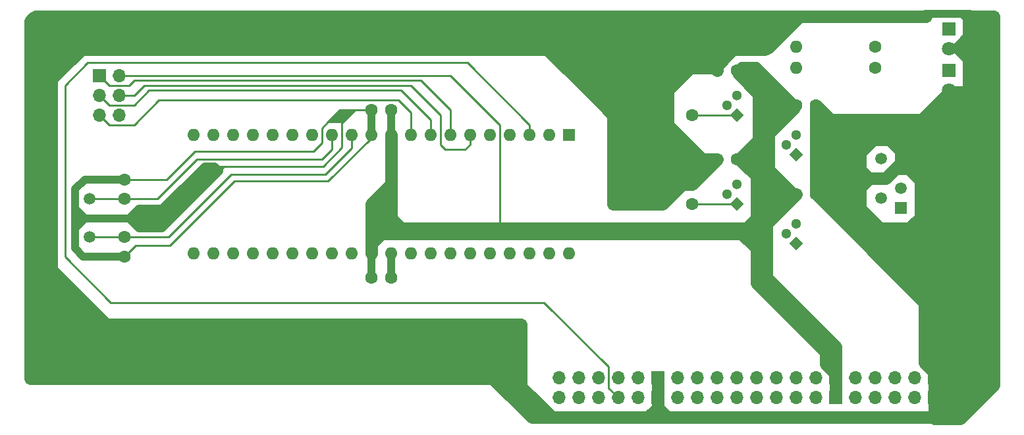
<source format=gbr>
%TF.GenerationSoftware,KiCad,Pcbnew,(5.1.10)-1*%
%TF.CreationDate,2022-06-26T20:44:53-06:00*%
%TF.ProjectId,network_card,6e657477-6f72-46b5-9f63-6172642e6b69,rev?*%
%TF.SameCoordinates,Original*%
%TF.FileFunction,Copper,L2,Bot*%
%TF.FilePolarity,Positive*%
%FSLAX46Y46*%
G04 Gerber Fmt 4.6, Leading zero omitted, Abs format (unit mm)*
G04 Created by KiCad (PCBNEW (5.1.10)-1) date 2022-06-26 20:44:53*
%MOMM*%
%LPD*%
G01*
G04 APERTURE LIST*
%TA.AperFunction,ComponentPad*%
%ADD10C,1.800000*%
%TD*%
%TA.AperFunction,ComponentPad*%
%ADD11R,1.800000X1.800000*%
%TD*%
%TA.AperFunction,ComponentPad*%
%ADD12O,1.600000X1.600000*%
%TD*%
%TA.AperFunction,ComponentPad*%
%ADD13C,1.600000*%
%TD*%
%TA.AperFunction,ComponentPad*%
%ADD14R,1.700000X1.700000*%
%TD*%
%TA.AperFunction,ComponentPad*%
%ADD15O,1.700000X1.700000*%
%TD*%
%TA.AperFunction,ComponentPad*%
%ADD16C,1.500000*%
%TD*%
%TA.AperFunction,ComponentPad*%
%ADD17R,1.600000X1.600000*%
%TD*%
%TA.AperFunction,WasherPad*%
%ADD18C,3.650000*%
%TD*%
%TA.AperFunction,ComponentPad*%
%ADD19R,1.500000X1.500000*%
%TD*%
%TA.AperFunction,ComponentPad*%
%ADD20C,1.300000*%
%TD*%
%TA.AperFunction,ComponentPad*%
%ADD21C,0.100000*%
%TD*%
%TA.AperFunction,Conductor*%
%ADD22C,1.600000*%
%TD*%
%TA.AperFunction,Conductor*%
%ADD23C,1.000000*%
%TD*%
%TA.AperFunction,Conductor*%
%ADD24C,2.500000*%
%TD*%
%TA.AperFunction,Conductor*%
%ADD25C,0.250000*%
%TD*%
G04 APERTURE END LIST*
D10*
%TO.P,TX,2*%
%TO.N,N/C*%
X468475060Y-272770600D03*
D11*
%TO.P,TX,1*%
X468475060Y-270230600D03*
%TD*%
D12*
%TO.P,4.7k\u03A9,2*%
%TO.N,N/C*%
X448815460Y-267157200D03*
D13*
%TO.P,4.7k\u03A9,1*%
X458975460Y-267157200D03*
%TD*%
D14*
%TO.P,ISP,1*%
%TO.N,N/C*%
X359280460Y-270857980D03*
D15*
%TO.P,ISP,2*%
X361820460Y-270857980D03*
%TO.P,ISP,3*%
X359280460Y-273397980D03*
%TO.P,ISP,4*%
X361820460Y-273397980D03*
%TO.P,ISP,5*%
X359280460Y-275937980D03*
%TO.P,ISP,6*%
X361820460Y-275937980D03*
%TD*%
D13*
%TO.P,4.7k\u03A9,1*%
%TO.N,N/C*%
X458975460Y-269892780D03*
D12*
%TO.P,4.7k\u03A9,2*%
X448815460Y-269892780D03*
%TD*%
D13*
%TO.P,20pf,2*%
%TO.N,N/C*%
X362455460Y-284232980D03*
%TO.P,20pf,1*%
X362455460Y-286732980D03*
%TD*%
D16*
%TO.P, ,2*%
%TO.N,N/C*%
X358010460Y-291632980D03*
%TO.P, ,1*%
X358010460Y-286732980D03*
%TD*%
D13*
%TO.P,20pf,1*%
%TO.N,N/C*%
X362455460Y-294135180D03*
%TO.P,20pf,2*%
X362455460Y-291635180D03*
%TD*%
%TO.P,0.1uf,1*%
%TO.N,N/C*%
X448815460Y-286097980D03*
%TO.P,0.1uf,2*%
X451315460Y-286097980D03*
%TD*%
%TO.P,0.1uf,1*%
%TO.N,N/C*%
X394205460Y-275302980D03*
%TO.P,0.1uf,2*%
X396705460Y-275302980D03*
%TD*%
%TO.P,0.1uf,1*%
%TO.N,N/C*%
X394205460Y-296892980D03*
%TO.P,0.1uf,2*%
X396705460Y-296892980D03*
%TD*%
D10*
%TO.P,RX,2*%
%TO.N,N/C*%
X468475060Y-267403580D03*
D11*
%TO.P,RX,1*%
X468475060Y-264863580D03*
%TD*%
D15*
%TO.P,20pin conn.,40*%
%TO.N,N/C*%
X418299900Y-312326020D03*
%TO.P,20pin conn.,39*%
X418299900Y-309786020D03*
%TO.P,20pin conn.,38*%
X420839900Y-312326020D03*
%TO.P,20pin conn.,37*%
X420839900Y-309786020D03*
%TO.P,20pin conn.,36*%
X423379900Y-312326020D03*
%TO.P,20pin conn.,35*%
X423379900Y-309786020D03*
%TO.P,20pin conn.,34*%
X425919900Y-312326020D03*
%TO.P,20pin conn.,33*%
X425919900Y-309786020D03*
%TO.P,20pin conn.,32*%
X428459900Y-312326020D03*
%TO.P,20pin conn.,31*%
X428459900Y-309786020D03*
D14*
%TO.P,20pin conn.,30*%
X430999900Y-312326020D03*
%TO.P,20pin conn.,29*%
X430999900Y-309786020D03*
D15*
%TO.P,20pin conn.,28*%
X433539900Y-312326020D03*
%TO.P,20pin conn.,27*%
X433539900Y-309786020D03*
%TO.P,20pin conn.,26*%
X436079900Y-312326020D03*
%TO.P,20pin conn.,25*%
X436079900Y-309786020D03*
%TO.P,20pin conn.,24*%
X438619900Y-312326020D03*
%TO.P,20pin conn.,23*%
X438619900Y-309786020D03*
%TO.P,20pin conn.,22*%
X441159900Y-312326020D03*
%TO.P,20pin conn.,21*%
X441159900Y-309786020D03*
%TO.P,20pin conn.,20*%
X443699900Y-312326020D03*
%TO.P,20pin conn.,19*%
X443699900Y-309786020D03*
%TO.P,20pin conn.,18*%
X446239900Y-312326020D03*
%TO.P,20pin conn.,17*%
X446239900Y-309786020D03*
%TO.P,20pin conn.,16*%
X448779900Y-312326020D03*
%TO.P,20pin conn.,15*%
X448779900Y-309786020D03*
%TO.P,20pin conn.,14*%
X451319900Y-312326020D03*
%TO.P,20pin conn.,13*%
X451319900Y-309786020D03*
D14*
%TO.P,20pin conn.,12*%
X453859900Y-312326020D03*
%TO.P,20pin conn.,11*%
X453859900Y-309786020D03*
D15*
%TO.P,20pin conn.,10*%
X456399900Y-312326020D03*
%TO.P,20pin conn.,9*%
X456399900Y-309786020D03*
%TO.P,20pin conn.,8*%
X458939900Y-312326020D03*
%TO.P,20pin conn.,7*%
X458939900Y-309786020D03*
%TO.P,20pin conn.,6*%
X461479900Y-312326020D03*
%TO.P,20pin conn.,5*%
X461479900Y-309786020D03*
%TO.P,20pin conn.,4*%
X464019900Y-312326020D03*
%TO.P,20pin conn.,3*%
X464019900Y-309786020D03*
D14*
%TO.P,20pin conn.,2*%
X466559900Y-312326020D03*
%TO.P,20pin conn.,1*%
X466559900Y-309786020D03*
%TD*%
D17*
%TO.P,atmega164,1*%
%TO.N,N/C*%
X419605460Y-278477980D03*
D12*
%TO.P,atmega164,21*%
X371345460Y-293717980D03*
%TO.P,atmega164,2*%
X417065460Y-278477980D03*
%TO.P,atmega164,22*%
X373885460Y-293717980D03*
%TO.P,atmega164,3*%
X414525460Y-278477980D03*
%TO.P,atmega164,23*%
X376425460Y-293717980D03*
%TO.P,atmega164,4*%
X411985460Y-278477980D03*
%TO.P,atmega164,24*%
X378965460Y-293717980D03*
%TO.P,atmega164,5*%
X409445460Y-278477980D03*
%TO.P,atmega164,25*%
X381505460Y-293717980D03*
%TO.P,atmega164,6*%
X406905460Y-278477980D03*
%TO.P,atmega164,26*%
X384045460Y-293717980D03*
%TO.P,atmega164,7*%
X404365460Y-278477980D03*
%TO.P,atmega164,27*%
X386585460Y-293717980D03*
%TO.P,atmega164,8*%
X401825460Y-278477980D03*
%TO.P,atmega164,28*%
X389125460Y-293717980D03*
%TO.P,atmega164,9*%
X399285460Y-278477980D03*
%TO.P,atmega164,29*%
X391665460Y-293717980D03*
%TO.P,atmega164,10*%
X396745460Y-278477980D03*
%TO.P,atmega164,30*%
X394205460Y-293717980D03*
%TO.P,atmega164,11*%
X394205460Y-278477980D03*
%TO.P,atmega164,31*%
X396745460Y-293717980D03*
%TO.P,atmega164,12*%
X391665460Y-278477980D03*
%TO.P,atmega164,32*%
X399285460Y-293717980D03*
%TO.P,atmega164,13*%
X389125460Y-278477980D03*
%TO.P,atmega164,33*%
X401825460Y-293717980D03*
%TO.P,atmega164,14*%
X386585460Y-278477980D03*
%TO.P,atmega164,34*%
X404365460Y-293717980D03*
%TO.P,atmega164,15*%
X384045460Y-278477980D03*
%TO.P,atmega164,35*%
X406905460Y-293717980D03*
%TO.P,atmega164,16*%
X381505460Y-278477980D03*
%TO.P,atmega164,36*%
X409445460Y-293717980D03*
%TO.P,atmega164,17*%
X378965460Y-278477980D03*
%TO.P,atmega164,37*%
X411985460Y-293717980D03*
%TO.P,atmega164,18*%
X376425460Y-278477980D03*
%TO.P,atmega164,38*%
X414525460Y-293717980D03*
%TO.P,atmega164,19*%
X373885460Y-278477980D03*
%TO.P,atmega164,39*%
X417065460Y-293717980D03*
%TO.P,atmega164,20*%
X371345460Y-278477980D03*
%TO.P,atmega164,40*%
X419605460Y-293717980D03*
%TD*%
D18*
%TO.P,RJ45,*%
%TO.N,*%
X468627460Y-277766780D03*
X468627460Y-289196780D03*
D19*
%TO.P,RJ45,1*%
%TO.N,N/C*%
X462277460Y-287926780D03*
D16*
%TO.P,RJ45,2*%
X459737460Y-286656780D03*
%TO.P,RJ45,3*%
X462277460Y-285386780D03*
%TO.P,RJ45,4*%
X459737460Y-284116780D03*
%TO.P,RJ45,5*%
X462277460Y-282846780D03*
%TO.P,RJ45,6*%
X459737460Y-281576780D03*
%TO.P,RJ45,7*%
X462277460Y-280306780D03*
%TO.P,RJ45,8*%
X459737460Y-279036780D03*
%TD*%
D20*
%TO.P,BC547B,2*%
%TO.N,N/C*%
X439925460Y-274667980D03*
%TO.P,BC547B,3*%
X441195460Y-273397980D03*
%TA.AperFunction,ComponentPad*%
D21*
%TO.P,BC547B,1*%
G36*
X442114699Y-275937980D02*
G01*
X441195460Y-276857219D01*
X440276221Y-275937980D01*
X441195460Y-275018741D01*
X442114699Y-275937980D01*
G37*
%TD.AperFunction*%
%TD*%
%TA.AperFunction,ComponentPad*%
%TO.P,BC547B,1*%
%TO.N,N/C*%
G36*
X449734699Y-281017980D02*
G01*
X448815460Y-281937219D01*
X447896221Y-281017980D01*
X448815460Y-280098741D01*
X449734699Y-281017980D01*
G37*
%TD.AperFunction*%
D20*
%TO.P,BC547B,3*%
X448815460Y-278477980D03*
%TO.P,BC547B,2*%
X447545460Y-279747980D03*
%TD*%
%TA.AperFunction,ComponentPad*%
D21*
%TO.P,BC547B,1*%
%TO.N,N/C*%
G36*
X449734699Y-292447980D02*
G01*
X448815460Y-293367219D01*
X447896221Y-292447980D01*
X448815460Y-291528741D01*
X449734699Y-292447980D01*
G37*
%TD.AperFunction*%
D20*
%TO.P,BC547B,3*%
X448815460Y-289907980D03*
%TO.P,BC547B,2*%
X447545460Y-291177980D03*
%TD*%
%TO.P,BC547B,2*%
%TO.N,N/C*%
X439925460Y-286097980D03*
%TO.P,BC547B,3*%
X441195460Y-284827980D03*
%TA.AperFunction,ComponentPad*%
D21*
%TO.P,BC547B,1*%
G36*
X442114699Y-287367980D02*
G01*
X441195460Y-288287219D01*
X440276221Y-287367980D01*
X441195460Y-286448741D01*
X442114699Y-287367980D01*
G37*
%TD.AperFunction*%
%TD*%
D12*
%TO.P,100k\u03A9,2*%
%TO.N,N/C*%
X425320460Y-275937980D03*
D13*
%TO.P,100k\u03A9,1*%
X435480460Y-275937980D03*
%TD*%
D12*
%TO.P,100k\u03A9,2*%
%TO.N,N/C*%
X425320460Y-287367980D03*
D13*
%TO.P,100k\u03A9,1*%
X435480460Y-287367980D03*
%TD*%
%TO.P,0.1uf,1*%
%TO.N,N/C*%
X438655460Y-270222980D03*
%TO.P,0.1uf,2*%
X441155460Y-270222980D03*
%TD*%
%TO.P,0.1uf,2*%
%TO.N,N/C*%
X441155460Y-281652980D03*
%TO.P,0.1uf,1*%
X438655460Y-281652980D03*
%TD*%
%TO.P,0.1uf,2*%
%TO.N,N/C*%
X451315460Y-274667980D03*
%TO.P,0.1uf,1*%
X448815460Y-274667980D03*
%TD*%
D22*
%TO.N,*%
X440560460Y-267682980D02*
X438655460Y-269587980D01*
X438655460Y-269587980D02*
X438655460Y-270222980D01*
X465325460Y-296257980D02*
X465325460Y-300067980D01*
X457070460Y-289907980D02*
X464690460Y-297527980D01*
X457070460Y-288002980D02*
X457070460Y-289907980D01*
X459610460Y-290542980D02*
X465325460Y-296257980D01*
X457070460Y-288002980D02*
X459610460Y-290542980D01*
X459610460Y-290542980D02*
X461515460Y-290542980D01*
X457070460Y-285462980D02*
X457070460Y-288002980D01*
X457835000Y-284480000D02*
X456488800Y-285826200D01*
X459737460Y-284116780D02*
X458416660Y-284116780D01*
X463420460Y-282922980D02*
X464690460Y-284192980D01*
X463420460Y-281449780D02*
X463420460Y-281652980D01*
X463420460Y-281652980D02*
X464614260Y-282846780D01*
X462277460Y-280306780D02*
X463420460Y-281449780D01*
X462277460Y-282846780D02*
X464614260Y-282846780D01*
X464614260Y-282846780D02*
X465325460Y-283557980D01*
X462277460Y-281779980D02*
X462277460Y-280306780D01*
X462277460Y-282846780D02*
X462277460Y-281779980D01*
X462277460Y-281779980D02*
X462277460Y-282160980D01*
X462277460Y-282160980D02*
X461591660Y-282846780D01*
X460321660Y-284116780D02*
X461591660Y-282846780D01*
X461591660Y-282846780D02*
X462277460Y-282846780D01*
X459737460Y-284116780D02*
X460321660Y-284116780D01*
X462785460Y-290542980D02*
X461515460Y-290542980D01*
X471675460Y-290542980D02*
X462785460Y-290542980D01*
X462785460Y-290542980D02*
X463420460Y-290542980D01*
X463420460Y-290542980D02*
X465325460Y-288637980D01*
X466559900Y-296222420D02*
X466559900Y-295587420D01*
X466559900Y-295587420D02*
X461515460Y-290542980D01*
X472945460Y-291812980D02*
X462785460Y-291812980D01*
X463420460Y-279112980D02*
X460880460Y-276572980D01*
D23*
X461197960Y-276890480D02*
X462277460Y-277969980D01*
X444370460Y-272762980D02*
X441830460Y-270222980D01*
X441830460Y-270222980D02*
X441155460Y-270222980D01*
X441155460Y-270222980D02*
X441155460Y-270817980D01*
X441155460Y-270817980D02*
X443735460Y-273397980D01*
X443735460Y-270857980D02*
X445640460Y-272762980D01*
X443100460Y-270857980D02*
X445005460Y-272762980D01*
X441830460Y-269587980D02*
X443735460Y-269587980D01*
X443735460Y-269587980D02*
X444370460Y-270222980D01*
X441195460Y-270222980D02*
X441830460Y-269587980D01*
X444370460Y-270222980D02*
X446910460Y-272762980D01*
X441195460Y-270222980D02*
X444370460Y-270222980D01*
X443735460Y-272762980D02*
X441195460Y-270222980D01*
D22*
X446275460Y-273397980D02*
X446910460Y-274032980D01*
D23*
X446910460Y-272762980D02*
X444370460Y-272762980D01*
X448815460Y-274667980D02*
X446910460Y-272762980D01*
X447545460Y-286097980D02*
X448815460Y-286097980D01*
X446275460Y-286097980D02*
X447545460Y-286097980D01*
X445640460Y-282922980D02*
X445640460Y-284192980D01*
X445640460Y-284192980D02*
X445640460Y-284827980D01*
X447545460Y-286097980D02*
X445640460Y-284192980D01*
X445640460Y-278477980D02*
X445640460Y-282922980D01*
X448815460Y-286097980D02*
X445640460Y-282922980D01*
X441195460Y-281652980D02*
X443735460Y-279112980D01*
D22*
X443735460Y-283557980D02*
X443735460Y-289272980D01*
X443735460Y-289272980D02*
X443417960Y-289590480D01*
X445005460Y-289907980D02*
X448815460Y-286097980D01*
D23*
X445640460Y-289272980D02*
X445957960Y-289272980D01*
X445957960Y-289272980D02*
X448815460Y-286415480D01*
X448815460Y-286415480D02*
X448815460Y-286097980D01*
X447227960Y-287367980D02*
X447545460Y-287685480D01*
X446910460Y-287367980D02*
X446592960Y-287685480D01*
X445640460Y-285462980D02*
X446275460Y-286097980D01*
X448180460Y-275302980D02*
X447545460Y-275302980D01*
X447545460Y-275302980D02*
X447227960Y-274985480D01*
X446275460Y-277207980D02*
X445322960Y-276255480D01*
X445640460Y-274667980D02*
X445640460Y-277842980D01*
X443735460Y-273397980D02*
X446910460Y-276572980D01*
X447545460Y-275937980D02*
X446592960Y-274985480D01*
X444687960Y-279430480D02*
X448815460Y-275302980D01*
X448815460Y-275302980D02*
X448815460Y-274667980D01*
X444370460Y-272762980D02*
X446275460Y-274667980D01*
X446275460Y-274667980D02*
X448815460Y-274667980D01*
X443735460Y-273397980D02*
X443735460Y-274667980D01*
X443735460Y-274667980D02*
X443735460Y-277842980D01*
X445640460Y-286732980D02*
X448180460Y-286732980D01*
X441830460Y-282287980D02*
X443735460Y-284192980D01*
X441195460Y-281652980D02*
X441830460Y-282287980D01*
X442465460Y-281652980D02*
X443100460Y-281017980D01*
X442465460Y-280382980D02*
X443735460Y-280382980D01*
X441195460Y-281652980D02*
X441830460Y-281017980D01*
D22*
X445957960Y-288320480D02*
X446592960Y-287685480D01*
D23*
X442465460Y-281652980D02*
X443735460Y-282922980D01*
D22*
X442465460Y-290542980D02*
X443417960Y-289590480D01*
X443417960Y-289590480D02*
X445005460Y-288002980D01*
X453859900Y-309786020D02*
X453859900Y-309557420D01*
X396745460Y-286097980D02*
X396745460Y-288002980D01*
X396745460Y-288002980D02*
X396745460Y-289272980D01*
X395475460Y-289272980D02*
X396745460Y-288002980D01*
X395475460Y-290542980D02*
X395475460Y-289272980D01*
X422145460Y-290542980D02*
X398015460Y-290542980D01*
X398015460Y-290542980D02*
X394840460Y-290542980D01*
X396745460Y-289272980D02*
X398015460Y-290542980D01*
X394840460Y-288002980D02*
X396745460Y-286097980D01*
X396745460Y-286097980D02*
X396745460Y-284827980D01*
X394840460Y-289907980D02*
X394205460Y-289272980D01*
X396110460Y-291177980D02*
X394840460Y-289907980D01*
X394840460Y-289907980D02*
X394840460Y-288002980D01*
X396745460Y-278477980D02*
X396745460Y-284827980D01*
X394205460Y-293717980D02*
X394205460Y-287367980D01*
X394205460Y-287367980D02*
X396745460Y-284827980D01*
D23*
X394205460Y-293717980D02*
X394205460Y-293082980D01*
X394205460Y-293082980D02*
X394205460Y-287367980D01*
D22*
X395475460Y-291177980D02*
X394205460Y-292447980D01*
X442465460Y-291177980D02*
X395475460Y-291177980D01*
X354200460Y-268317980D02*
X354200460Y-268952980D01*
X352930460Y-268317980D02*
X352930460Y-270857980D01*
D24*
X357375460Y-267047980D02*
X351025460Y-267047980D01*
D23*
X356105460Y-293082980D02*
X356105460Y-290542980D01*
X357375460Y-289272980D02*
X356105460Y-290542980D01*
X356105460Y-290542980D02*
X356105460Y-289272980D01*
X356105460Y-289272980D02*
X357375460Y-289272980D01*
X356105460Y-289272980D02*
X356105460Y-288002980D01*
X356105460Y-288002980D02*
X356105460Y-285462980D01*
X357375460Y-289272980D02*
X356105460Y-288002980D01*
X362455460Y-294135180D02*
X357157660Y-294135180D01*
X357157660Y-294135180D02*
X356105460Y-293082980D01*
X356105460Y-285462980D02*
X357335460Y-284232980D01*
X357335460Y-284232980D02*
X362455460Y-284232980D01*
D22*
X445005460Y-289907980D02*
X445005460Y-288637980D01*
X445005460Y-288637980D02*
X445005460Y-284827980D01*
X445005460Y-292447980D02*
X445005460Y-289907980D01*
X445005460Y-290542980D02*
X443100460Y-290542980D01*
X445005460Y-292447980D02*
X443100460Y-290542980D01*
X434845460Y-269587980D02*
X432940460Y-267682980D01*
X439290460Y-268952980D02*
X434845460Y-268952980D01*
D25*
X410715460Y-290542980D02*
X410715460Y-277207980D01*
X410715460Y-277207980D02*
X404365460Y-270857980D01*
X404365460Y-270857980D02*
X361820460Y-270857980D01*
X404365460Y-278477980D02*
X404365460Y-275302980D01*
X404365460Y-275302980D02*
X400555460Y-271492980D01*
X400555460Y-271492980D02*
X363725460Y-271492980D01*
X360550460Y-272127980D02*
X359280460Y-270857980D01*
X363725460Y-271492980D02*
X363090460Y-272127980D01*
X363090460Y-272127980D02*
X360550460Y-272127980D01*
X406905460Y-278477980D02*
X406905460Y-279747980D01*
X406905460Y-279747980D02*
X406270460Y-280382980D01*
X406270460Y-280382980D02*
X403730460Y-280382980D01*
X403730460Y-280382980D02*
X403095460Y-279747980D01*
X403095460Y-275937980D02*
X399285460Y-272127980D01*
X399285460Y-272127980D02*
X364995460Y-272127980D01*
X403095460Y-279747980D02*
X403095460Y-275937980D01*
X364995460Y-272127980D02*
X363725460Y-273397980D01*
X363725460Y-273397980D02*
X363090460Y-273397980D01*
X363090460Y-273397980D02*
X361820460Y-273397980D01*
X399285460Y-278477980D02*
X399285460Y-275620480D01*
X399285460Y-275620480D02*
X397697960Y-274032980D01*
X366900460Y-274032980D02*
X363725460Y-277207980D01*
X397697960Y-274032980D02*
X366900460Y-274032980D01*
X363725460Y-277207980D02*
X360550460Y-277207980D01*
X360550460Y-277207980D02*
X359280460Y-275937980D01*
X401825460Y-278477980D02*
X401825460Y-276572980D01*
X360550460Y-274667980D02*
X359280460Y-273397980D01*
X401825460Y-276572980D02*
X398015460Y-272762980D01*
X398015460Y-272762980D02*
X365630460Y-272762980D01*
X365630460Y-272762980D02*
X363725460Y-274667980D01*
X363725460Y-274667980D02*
X360550460Y-274667980D01*
X358010460Y-286732980D02*
X362455460Y-286732980D01*
X362455460Y-291635180D02*
X358012660Y-291635180D01*
X358012660Y-291635180D02*
X358010460Y-291632980D01*
D22*
X469770460Y-276572980D02*
X471040460Y-277842980D01*
X471040460Y-277842980D02*
X471040460Y-290542980D01*
X474215460Y-295622980D02*
X474215460Y-294352980D01*
X474215460Y-294352980D02*
X474215460Y-293082980D01*
X474215460Y-294352980D02*
X465325460Y-294352980D01*
X474215460Y-293082980D02*
X464055460Y-293082980D01*
X469448490Y-314986010D02*
X469893552Y-314986010D01*
X469893552Y-314986010D02*
X474215460Y-310664102D01*
X466595460Y-314986010D02*
X469893552Y-314986010D01*
X466559900Y-314950450D02*
X466595460Y-314986010D01*
X466559900Y-312326020D02*
X466559900Y-314950450D01*
D23*
X395475460Y-290542980D02*
X394205460Y-291812980D01*
X446592960Y-287685480D02*
X443735460Y-284827980D01*
D22*
X445005460Y-289907980D02*
X445005460Y-289272980D01*
D23*
X445005460Y-274667980D02*
X445005460Y-284827980D01*
X445005460Y-284827980D02*
X445005460Y-286097980D01*
X425320460Y-277842980D02*
X426272960Y-276890480D01*
X426272960Y-276890480D02*
X427225460Y-275937980D01*
X425320460Y-275937980D02*
X426272960Y-276890480D01*
X425320460Y-277842980D02*
X425320460Y-275937980D01*
X394205460Y-293717980D02*
X394205460Y-296892980D01*
X396745460Y-293717980D02*
X396745460Y-296852980D01*
X396745460Y-296852980D02*
X396705460Y-296892980D01*
X396705460Y-275302980D02*
X396705460Y-278437980D01*
X396705460Y-278437980D02*
X396745460Y-278477980D01*
X394205460Y-275302980D02*
X394205460Y-278477980D01*
X425320460Y-287367980D02*
X425320460Y-285462980D01*
X425320460Y-285462980D02*
X425320460Y-282922980D01*
D22*
X458340460Y-279112980D02*
X460880460Y-276572980D01*
X461515460Y-279112980D02*
X458975460Y-279112980D01*
D23*
X443735460Y-277842980D02*
X443735460Y-280382980D01*
X443735460Y-280382980D02*
X443735460Y-284827980D01*
X459737460Y-279036780D02*
X459661260Y-279112980D01*
D22*
X460245460Y-279112980D02*
X451939660Y-279112980D01*
D23*
X451990460Y-277842980D02*
X451990460Y-280382980D01*
X453260460Y-279112980D02*
X451355460Y-281017980D01*
X451315460Y-274667980D02*
X451315460Y-277247980D01*
X451315460Y-277247980D02*
X451315460Y-286097980D01*
X453260460Y-279112980D02*
X451471660Y-277324180D01*
X446275460Y-274667980D02*
X445005460Y-274667980D01*
X445640460Y-285462980D02*
X445640460Y-286732980D01*
X445640460Y-284827980D02*
X445640460Y-285462980D01*
X434845460Y-270222980D02*
X438655460Y-270222980D01*
X426590460Y-281652980D02*
X425955460Y-281652980D01*
X426590460Y-281652980D02*
X425320460Y-282922980D01*
X426590460Y-281652980D02*
X425320460Y-280382980D01*
D25*
X435480460Y-287367980D02*
X441195460Y-287367980D01*
X441195460Y-275937980D02*
X435480460Y-275937980D01*
D23*
X444370460Y-274032980D02*
X444370460Y-285462980D01*
X443735460Y-281652980D02*
X441195460Y-281652980D01*
D22*
X460245460Y-277842980D02*
X462150460Y-279747980D01*
X463496660Y-280382980D02*
X465325460Y-282211780D01*
X463420460Y-280306780D02*
X465249260Y-278477980D01*
X462277460Y-280306780D02*
X463496660Y-280306780D01*
D24*
X465325460Y-283557980D02*
X465325460Y-287367980D01*
X465325460Y-287367980D02*
X465325460Y-288637980D01*
X465325460Y-277842980D02*
X465325460Y-283557980D01*
X466595460Y-277842980D02*
X466595460Y-289272980D01*
D22*
X463420460Y-277842980D02*
X465325460Y-277842980D01*
D24*
X468500460Y-277842980D02*
X468500460Y-289272980D01*
X469770460Y-277842980D02*
X469770460Y-289272980D01*
D22*
X467865460Y-295622980D02*
X467865460Y-314672980D01*
X474215460Y-295622980D02*
X467865460Y-295622980D01*
X469135460Y-295622980D02*
X469135460Y-314672980D01*
X470405460Y-295622980D02*
X470405460Y-313402980D01*
X471675460Y-293717980D02*
X471675460Y-312767980D01*
X472945460Y-292447980D02*
X472945460Y-311497980D01*
X474215460Y-310227980D02*
X474215460Y-295622980D01*
X443735460Y-293082980D02*
X441830460Y-291177980D01*
X443735460Y-297527980D02*
X443735460Y-293082980D01*
X453895460Y-310156860D02*
X453895460Y-305782980D01*
X453859900Y-312097420D02*
X453895460Y-312061860D01*
X445005460Y-296892980D02*
X445005460Y-292447980D01*
X453859900Y-305747420D02*
X445005460Y-296892980D01*
X453859900Y-312326020D02*
X453859900Y-305747420D01*
X453859900Y-309209440D02*
X452625460Y-307975000D01*
X452625460Y-307975000D02*
X452625460Y-306070000D01*
X452625460Y-306417980D02*
X443735460Y-297527980D01*
X453895460Y-307687980D02*
X452625460Y-306417980D01*
X425320460Y-275937980D02*
X423415460Y-274032980D01*
X423415460Y-274032980D02*
X416430460Y-267047980D01*
D24*
X416430460Y-267047980D02*
X357375460Y-267047980D01*
D22*
X425320460Y-275937980D02*
X429130460Y-275937980D01*
D24*
X425955460Y-274667980D02*
X428495460Y-274667980D01*
X428495460Y-274667980D02*
X432940460Y-270222980D01*
X432940460Y-270222980D02*
X431670460Y-268952980D01*
X431670460Y-268952980D02*
X419605460Y-268952980D01*
X419605460Y-268952980D02*
X424050460Y-273397980D01*
X424050460Y-273397980D02*
X427860460Y-273397980D01*
X427860460Y-273397980D02*
X430400460Y-270857980D01*
X430400460Y-270857980D02*
X423415460Y-270857980D01*
X430400460Y-271492980D02*
X423415460Y-271492980D01*
D22*
X426590460Y-274667980D02*
X426590460Y-286097980D01*
X429130460Y-275302980D02*
X429130460Y-286732980D01*
X431670460Y-274667980D02*
X431670460Y-286097980D01*
X435480460Y-281017980D02*
X435480460Y-284192980D01*
X435480460Y-284827980D02*
X434210460Y-284827980D01*
X438655460Y-281652980D02*
X435480460Y-284827980D01*
X432940460Y-279112980D02*
X432940460Y-284827980D01*
X434210460Y-279112980D02*
X434210460Y-284827980D01*
X429130460Y-275937980D02*
X432305460Y-272762980D01*
X432305460Y-272762980D02*
X432305460Y-277207980D01*
X432305460Y-272762980D02*
X434845460Y-270222980D01*
X438655460Y-281652980D02*
X436750460Y-281652980D01*
X436750460Y-281652980D02*
X436115460Y-282287980D01*
X432305460Y-277207980D02*
X436750460Y-281652980D01*
X430400460Y-275302980D02*
X430400460Y-286732980D01*
X427860460Y-275302980D02*
X427860460Y-286732980D01*
X443100460Y-290542980D02*
X431670460Y-290542980D01*
X431670460Y-290542980D02*
X422145460Y-290542980D01*
X464055460Y-298797980D02*
X465325460Y-300067980D01*
X451315460Y-286057980D02*
X464055460Y-298797980D01*
X451315460Y-274667980D02*
X451315460Y-286057980D01*
X455800460Y-289272980D02*
X455800460Y-279787980D01*
X454530460Y-288002980D02*
X454530460Y-278517980D01*
X453260460Y-286732980D02*
X453260460Y-277247980D01*
X452625460Y-285462980D02*
X452625460Y-275977980D01*
X456047480Y-279400000D02*
X451315460Y-274667980D01*
X458470000Y-279400000D02*
X456047480Y-279400000D01*
X457070460Y-280799540D02*
X458470000Y-279400000D01*
X457070460Y-289907980D02*
X457070460Y-280799540D01*
X460245460Y-277842980D02*
X451939660Y-277842980D01*
X460880460Y-276572980D02*
X452574660Y-276572980D01*
X456565000Y-282575000D02*
X457835000Y-283845000D01*
X460880460Y-279112980D02*
X462785460Y-281017980D01*
X471040460Y-264507980D02*
X471040460Y-267047980D01*
X472945460Y-263237980D02*
X472945460Y-293082980D01*
X472310460Y-263237980D02*
X472310460Y-293082980D01*
X471040460Y-263237980D02*
X471040460Y-264507980D01*
D24*
X445482980Y-265777980D02*
X351660460Y-265777980D01*
X444787020Y-267047980D02*
X416430460Y-267047980D01*
D22*
X444787020Y-267047980D02*
X444847980Y-267047980D01*
X474215460Y-263237980D02*
X471170000Y-263237980D01*
X474215460Y-295622980D02*
X474215460Y-263237980D01*
D23*
X471170000Y-272415000D02*
X467360000Y-276225000D01*
X471805000Y-273050000D02*
X467995000Y-276860000D01*
X471805000Y-273685000D02*
X467995000Y-277495000D01*
X471157300Y-262938260D02*
X465442300Y-262938260D01*
D25*
X468475060Y-264863580D02*
X468500460Y-264838180D01*
X458975460Y-269875000D02*
X458975460Y-270222980D01*
D23*
X466178900Y-262958580D02*
X465607400Y-263530080D01*
X470118440Y-262966200D02*
X471083640Y-263931400D01*
X465107020Y-276138640D02*
X465107020Y-276572980D01*
X468475060Y-272770600D02*
X465107020Y-276138640D01*
D22*
X465107020Y-276572980D02*
X469770460Y-276572980D01*
X460880460Y-276572980D02*
X465107020Y-276572980D01*
D23*
X470814400Y-272770600D02*
X471170000Y-272415000D01*
X468475060Y-272770600D02*
X470814400Y-272770600D01*
X469745060Y-272770600D02*
X466377020Y-276138640D01*
X469265000Y-267403580D02*
X470971880Y-269110460D01*
D22*
X471040460Y-269110460D02*
X471040460Y-290542980D01*
X471040460Y-267047980D02*
X471040460Y-269110460D01*
D23*
X471170000Y-265430000D02*
X469265000Y-267335000D01*
X470684860Y-267403580D02*
X471040460Y-267047980D01*
X468475060Y-267403580D02*
X470684860Y-267403580D01*
X425320460Y-282922980D02*
X425320460Y-277842980D01*
D22*
X436750460Y-281652980D02*
X425320460Y-281652980D01*
X425320460Y-275937980D02*
X425320460Y-287367980D01*
X434210460Y-284827980D02*
X431670460Y-287367980D01*
X431670460Y-287367980D02*
X425320460Y-287367980D01*
D23*
X357375460Y-289272980D02*
X363507020Y-289272980D01*
D25*
X389125460Y-280382980D02*
X389125460Y-278477980D01*
X387855460Y-281652980D02*
X389125460Y-280382980D01*
X371762020Y-281652980D02*
X387855460Y-281652980D01*
X366682020Y-286732980D02*
X371762020Y-281652980D01*
X362455460Y-286732980D02*
X366682020Y-286732980D01*
D23*
X364271560Y-289560000D02*
X367030000Y-289560000D01*
D25*
X392082020Y-275302980D02*
X394205460Y-275302980D01*
X390525000Y-276860000D02*
X392082020Y-275302980D01*
X366682020Y-289272980D02*
X367317020Y-289272980D01*
X368129820Y-291635180D02*
X362455460Y-291635180D01*
X376207020Y-283557980D02*
X368129820Y-291635180D01*
X388272020Y-283557980D02*
X376207020Y-283557980D01*
X391665460Y-280164540D02*
X388272020Y-283557980D01*
X391665460Y-278477980D02*
X391665460Y-280164540D01*
D23*
X364360460Y-290542980D02*
X367317020Y-290542980D01*
X363090460Y-289272980D02*
X364360460Y-290542980D01*
X364360460Y-288002980D02*
X363090460Y-289272980D01*
X367317020Y-288002980D02*
X364360460Y-288002980D01*
X372745000Y-282575000D02*
X367317020Y-288002980D01*
X367317020Y-290542980D02*
X374650000Y-283210000D01*
X374015000Y-282575000D02*
X372745000Y-282575000D01*
X374650000Y-283210000D02*
X374015000Y-282575000D01*
X367952020Y-289272980D02*
X374015000Y-283210000D01*
X363636560Y-289272980D02*
X367952020Y-289272980D01*
X367665000Y-288925000D02*
X373380000Y-283210000D01*
X364271560Y-288925000D02*
X367665000Y-288925000D01*
D25*
X375285000Y-282575000D02*
X374650000Y-283210000D01*
X374015000Y-282575000D02*
X375285000Y-282575000D01*
X375031000Y-282702000D02*
X374777000Y-282702000D01*
X394205460Y-278894540D02*
X394205460Y-278477980D01*
X388620000Y-284480000D02*
X394205460Y-278894540D01*
X376555000Y-284480000D02*
X388620000Y-284480000D01*
X368300000Y-292735000D02*
X376555000Y-284480000D01*
X363855640Y-292735000D02*
X368300000Y-292735000D01*
X362455460Y-294135180D02*
X363855640Y-292735000D01*
X390177020Y-275302980D02*
X394205460Y-275302980D01*
X388620000Y-276860000D02*
X390177020Y-275302980D01*
X390525000Y-276860000D02*
X388620000Y-276860000D01*
X390573260Y-276705060D02*
X388848600Y-276705060D01*
X390753600Y-276542500D02*
X389028940Y-276542500D01*
X390900920Y-276367240D02*
X389176260Y-276367240D01*
X391086340Y-276209760D02*
X389361680Y-276209760D01*
X391253980Y-276082760D02*
X389529320Y-276082760D01*
X391353040Y-275920200D02*
X389628380Y-275920200D01*
X391556240Y-275765260D02*
X389831580Y-275765260D01*
X391693400Y-275605240D02*
X389968740Y-275605240D01*
X391833100Y-275455380D02*
X390108440Y-275455380D01*
X387855460Y-277624540D02*
X388620000Y-276860000D01*
X387855460Y-279529540D02*
X387855460Y-277624540D01*
X386715000Y-280670000D02*
X387855460Y-279529540D01*
X371475000Y-280670000D02*
X386715000Y-280670000D01*
X367912020Y-284232980D02*
X371475000Y-280670000D01*
X362455460Y-284232980D02*
X367912020Y-284232980D01*
X390405620Y-276979380D02*
X390525000Y-276860000D01*
X390405620Y-280154380D02*
X390405620Y-276979380D01*
X387985000Y-282575000D02*
X390405620Y-280154380D01*
X375285000Y-282575000D02*
X387985000Y-282575000D01*
X424685460Y-311091580D02*
X425919900Y-312326020D01*
X424685460Y-308322980D02*
X424685460Y-311091580D01*
X354835460Y-272127980D02*
X354835460Y-294194230D01*
X360709210Y-300067980D02*
X416430460Y-300067980D01*
X357723440Y-269240000D02*
X354835460Y-272127980D01*
X406557480Y-269240000D02*
X357723440Y-269240000D01*
X414525460Y-277207980D02*
X406557480Y-269240000D01*
X416430460Y-300067980D02*
X424685460Y-308322980D01*
X354835460Y-294194230D02*
X360709210Y-300067980D01*
X414525460Y-278477980D02*
X414525460Y-277207980D01*
D22*
X465325460Y-307845460D02*
X466559900Y-309079900D01*
X465325460Y-300067980D02*
X465325460Y-307845460D01*
D24*
X447040000Y-263872980D02*
X351025460Y-263872980D01*
D22*
X445135000Y-267335000D02*
X448945000Y-263525000D01*
X351660460Y-268317980D02*
X351660460Y-309245000D01*
D24*
X353060000Y-307340000D02*
X409575000Y-307340000D01*
X352425000Y-308610000D02*
X408940000Y-308610000D01*
X412115000Y-304165000D02*
X412750000Y-303530000D01*
X352425000Y-304165000D02*
X412115000Y-304165000D01*
X410845000Y-306070000D02*
X411480000Y-305435000D01*
X352425000Y-306070000D02*
X410845000Y-306070000D01*
D22*
X359410000Y-303530000D02*
X352425000Y-296545000D01*
X359410000Y-304800000D02*
X352425000Y-297815000D01*
X358775000Y-306070000D02*
X351790000Y-299085000D01*
X358775000Y-307340000D02*
X351790000Y-300355000D01*
X358140000Y-307975000D02*
X351155000Y-300990000D01*
X414846258Y-314866020D02*
X409886250Y-309906012D01*
X466559900Y-294388540D02*
X466559900Y-314866020D01*
X466595460Y-294352980D02*
X466559900Y-294388540D01*
X350390460Y-309880000D02*
X409575000Y-309880000D01*
X350390460Y-263872980D02*
X350390460Y-309880000D01*
X351025460Y-263237980D02*
X350390460Y-263872980D01*
X465455000Y-263237980D02*
X351025460Y-263237980D01*
X415481258Y-314231020D02*
X410521250Y-309271012D01*
X417195000Y-314674762D02*
X411156250Y-308636012D01*
X412115000Y-304165000D02*
X412115000Y-311150000D01*
X413385000Y-304165000D02*
X413385000Y-311150000D01*
X353169220Y-271254220D02*
X357375460Y-267047980D01*
X353060000Y-271363440D02*
X353169220Y-271254220D01*
X353060000Y-295910000D02*
X353060000Y-271363440D01*
X360045000Y-302895000D02*
X353060000Y-295910000D01*
X413385000Y-302895000D02*
X360045000Y-302895000D01*
X413385000Y-305435000D02*
X413385000Y-302895000D01*
X408940000Y-309880000D02*
X413385000Y-305435000D01*
X408940000Y-308610000D02*
X408940000Y-309880000D01*
X430999900Y-313667140D02*
X429801020Y-314866020D01*
X430999900Y-309786020D02*
X430999900Y-313667140D01*
X429801020Y-314866020D02*
X414846258Y-314866020D01*
X432198780Y-314866020D02*
X430999900Y-313667140D01*
X432341020Y-314866020D02*
X432198780Y-314866020D01*
X466559900Y-314866020D02*
X432341020Y-314866020D01*
X432341020Y-314866020D02*
X429801020Y-314866020D01*
%TD*%
M02*

</source>
